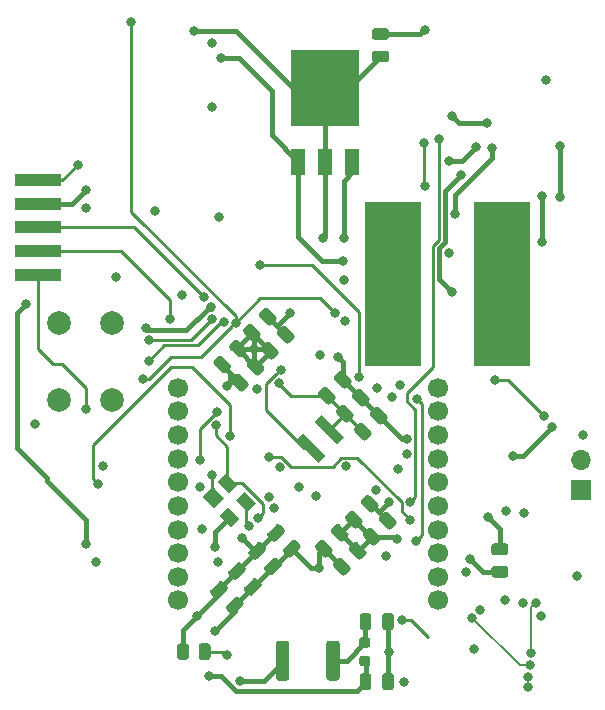
<source format=gbl>
%TF.GenerationSoftware,KiCad,Pcbnew,5.1.9*%
%TF.CreationDate,2021-03-03T17:23:20-06:00*%
%TF.ProjectId,ARC-Boat0,4152432d-426f-4617-9430-2e6b69636164,rev?*%
%TF.SameCoordinates,Original*%
%TF.FileFunction,Copper,L4,Bot*%
%TF.FilePolarity,Positive*%
%FSLAX46Y46*%
G04 Gerber Fmt 4.6, Leading zero omitted, Abs format (unit mm)*
G04 Created by KiCad (PCBNEW 5.1.9) date 2021-03-03 17:23:20*
%MOMM*%
%LPD*%
G01*
G04 APERTURE LIST*
%TA.AperFunction,ComponentPad*%
%ADD10C,2.000000*%
%TD*%
%TA.AperFunction,SMDPad,CuDef*%
%ADD11C,0.100000*%
%TD*%
%TA.AperFunction,SMDPad,CuDef*%
%ADD12R,4.000000X1.000000*%
%TD*%
%TA.AperFunction,SMDPad,CuDef*%
%ADD13R,5.800000X6.400000*%
%TD*%
%TA.AperFunction,SMDPad,CuDef*%
%ADD14R,1.200000X2.200000*%
%TD*%
%TA.AperFunction,SMDPad,CuDef*%
%ADD15R,4.749800X13.995400*%
%TD*%
%TA.AperFunction,ComponentPad*%
%ADD16O,1.700000X1.700000*%
%TD*%
%TA.AperFunction,ComponentPad*%
%ADD17R,1.700000X1.700000*%
%TD*%
%TA.AperFunction,ComponentPad*%
%ADD18C,1.700000*%
%TD*%
%TA.AperFunction,ViaPad*%
%ADD19C,0.800000*%
%TD*%
%TA.AperFunction,Conductor*%
%ADD20C,0.400000*%
%TD*%
%TA.AperFunction,Conductor*%
%ADD21C,0.250000*%
%TD*%
%TA.AperFunction,Conductor*%
%ADD22C,0.200000*%
%TD*%
G04 APERTURE END LIST*
D10*
%TO.P,SW1,1*%
%TO.N,Net-(R3-Pad2)*%
X101668000Y-60654000D03*
%TO.P,SW1,2*%
%TO.N,GND*%
X106168000Y-60654000D03*
%TO.P,SW1,1*%
%TO.N,Net-(R3-Pad2)*%
X101668000Y-67154000D03*
%TO.P,SW1,2*%
%TO.N,GND*%
X106168000Y-67154000D03*
%TD*%
%TA.AperFunction,SMDPad,CuDef*%
D11*
%TO.P,L1,2*%
%TO.N,/Brain/VCC_MCU_VDDCORE*%
G36*
X125215568Y-70915620D02*
G01*
X123306380Y-69006432D01*
X123872066Y-68440746D01*
X125781254Y-70349934D01*
X125215568Y-70915620D01*
G37*
%TD.AperFunction*%
%TA.AperFunction,SMDPad,CuDef*%
%TO.P,L1,1*%
%TO.N,/Brain/VCC_MCU_VSW*%
G36*
X123659934Y-72471254D02*
G01*
X121750746Y-70562066D01*
X122316432Y-69996380D01*
X124225620Y-71905568D01*
X123659934Y-72471254D01*
G37*
%TD.AperFunction*%
%TD*%
%TO.P,C18,2*%
%TO.N,GND*%
%TA.AperFunction,SMDPad,CuDef*%
G36*
G01*
X117398322Y-82982073D02*
X118070073Y-82310322D01*
G75*
G02*
X118423627Y-82310322I176777J-176777D01*
G01*
X118777180Y-82663875D01*
G75*
G02*
X118777180Y-83017429I-176777J-176777D01*
G01*
X118105429Y-83689180D01*
G75*
G02*
X117751875Y-83689180I-176777J176777D01*
G01*
X117398322Y-83335627D01*
G75*
G02*
X117398322Y-82982073I176777J176777D01*
G01*
G37*
%TD.AperFunction*%
%TO.P,C18,1*%
%TO.N,+3V3*%
%TA.AperFunction,SMDPad,CuDef*%
G36*
G01*
X116054820Y-81638571D02*
X116726571Y-80966820D01*
G75*
G02*
X117080125Y-80966820I176777J-176777D01*
G01*
X117433678Y-81320373D01*
G75*
G02*
X117433678Y-81673927I-176777J-176777D01*
G01*
X116761927Y-82345678D01*
G75*
G02*
X116408373Y-82345678I-176777J176777D01*
G01*
X116054820Y-81992125D01*
G75*
G02*
X116054820Y-81638571I176777J176777D01*
G01*
G37*
%TD.AperFunction*%
%TD*%
%TO.P,C17,2*%
%TO.N,GND*%
%TA.AperFunction,SMDPad,CuDef*%
G36*
G01*
X119110322Y-81270073D02*
X119782073Y-80598322D01*
G75*
G02*
X120135627Y-80598322I176777J-176777D01*
G01*
X120489180Y-80951875D01*
G75*
G02*
X120489180Y-81305429I-176777J-176777D01*
G01*
X119817429Y-81977180D01*
G75*
G02*
X119463875Y-81977180I-176777J176777D01*
G01*
X119110322Y-81623627D01*
G75*
G02*
X119110322Y-81270073I176777J176777D01*
G01*
G37*
%TD.AperFunction*%
%TO.P,C17,1*%
%TO.N,+3V3*%
%TA.AperFunction,SMDPad,CuDef*%
G36*
G01*
X117766820Y-79926571D02*
X118438571Y-79254820D01*
G75*
G02*
X118792125Y-79254820I176777J-176777D01*
G01*
X119145678Y-79608373D01*
G75*
G02*
X119145678Y-79961927I-176777J-176777D01*
G01*
X118473927Y-80633678D01*
G75*
G02*
X118120373Y-80633678I-176777J176777D01*
G01*
X117766820Y-80280125D01*
G75*
G02*
X117766820Y-79926571I176777J176777D01*
G01*
G37*
%TD.AperFunction*%
%TD*%
%TO.P,C16,2*%
%TO.N,GND*%
%TA.AperFunction,SMDPad,CuDef*%
G36*
G01*
X120700322Y-79746073D02*
X121372073Y-79074322D01*
G75*
G02*
X121725627Y-79074322I176777J-176777D01*
G01*
X122079180Y-79427875D01*
G75*
G02*
X122079180Y-79781429I-176777J-176777D01*
G01*
X121407429Y-80453180D01*
G75*
G02*
X121053875Y-80453180I-176777J176777D01*
G01*
X120700322Y-80099627D01*
G75*
G02*
X120700322Y-79746073I176777J176777D01*
G01*
G37*
%TD.AperFunction*%
%TO.P,C16,1*%
%TO.N,+3V3*%
%TA.AperFunction,SMDPad,CuDef*%
G36*
G01*
X119356820Y-78402571D02*
X120028571Y-77730820D01*
G75*
G02*
X120382125Y-77730820I176777J-176777D01*
G01*
X120735678Y-78084373D01*
G75*
G02*
X120735678Y-78437927I-176777J-176777D01*
G01*
X120063927Y-79109678D01*
G75*
G02*
X119710373Y-79109678I-176777J176777D01*
G01*
X119356820Y-78756125D01*
G75*
G02*
X119356820Y-78402571I176777J176777D01*
G01*
G37*
%TD.AperFunction*%
%TD*%
%TO.P,C15,2*%
%TO.N,GND*%
%TA.AperFunction,SMDPad,CuDef*%
G36*
G01*
X115874322Y-84572073D02*
X116546073Y-83900322D01*
G75*
G02*
X116899627Y-83900322I176777J-176777D01*
G01*
X117253180Y-84253875D01*
G75*
G02*
X117253180Y-84607429I-176777J-176777D01*
G01*
X116581429Y-85279180D01*
G75*
G02*
X116227875Y-85279180I-176777J176777D01*
G01*
X115874322Y-84925627D01*
G75*
G02*
X115874322Y-84572073I176777J176777D01*
G01*
G37*
%TD.AperFunction*%
%TO.P,C15,1*%
%TO.N,+3V3*%
%TA.AperFunction,SMDPad,CuDef*%
G36*
G01*
X114530820Y-83228571D02*
X115202571Y-82556820D01*
G75*
G02*
X115556125Y-82556820I176777J-176777D01*
G01*
X115909678Y-82910373D01*
G75*
G02*
X115909678Y-83263927I-176777J-176777D01*
G01*
X115237927Y-83935678D01*
G75*
G02*
X114884373Y-83935678I-176777J176777D01*
G01*
X114530820Y-83582125D01*
G75*
G02*
X114530820Y-83228571I176777J176777D01*
G01*
G37*
%TD.AperFunction*%
%TD*%
%TO.P,C14,2*%
%TO.N,GND*%
%TA.AperFunction,SMDPad,CuDef*%
G36*
G01*
X124127927Y-79074322D02*
X124799678Y-79746073D01*
G75*
G02*
X124799678Y-80099627I-176777J-176777D01*
G01*
X124446125Y-80453180D01*
G75*
G02*
X124092571Y-80453180I-176777J176777D01*
G01*
X123420820Y-79781429D01*
G75*
G02*
X123420820Y-79427875I176777J176777D01*
G01*
X123774373Y-79074322D01*
G75*
G02*
X124127927Y-79074322I176777J-176777D01*
G01*
G37*
%TD.AperFunction*%
%TO.P,C14,1*%
%TO.N,+3V3*%
%TA.AperFunction,SMDPad,CuDef*%
G36*
G01*
X125471429Y-77730820D02*
X126143180Y-78402571D01*
G75*
G02*
X126143180Y-78756125I-176777J-176777D01*
G01*
X125789627Y-79109678D01*
G75*
G02*
X125436073Y-79109678I-176777J176777D01*
G01*
X124764322Y-78437927D01*
G75*
G02*
X124764322Y-78084373I176777J176777D01*
G01*
X125117875Y-77730820D01*
G75*
G02*
X125471429Y-77730820I176777J-176777D01*
G01*
G37*
%TD.AperFunction*%
%TD*%
%TO.P,C13,2*%
%TO.N,GND*%
%TA.AperFunction,SMDPad,CuDef*%
G36*
G01*
X125651927Y-80598322D02*
X126323678Y-81270073D01*
G75*
G02*
X126323678Y-81623627I-176777J-176777D01*
G01*
X125970125Y-81977180D01*
G75*
G02*
X125616571Y-81977180I-176777J176777D01*
G01*
X124944820Y-81305429D01*
G75*
G02*
X124944820Y-80951875I176777J176777D01*
G01*
X125298373Y-80598322D01*
G75*
G02*
X125651927Y-80598322I176777J-176777D01*
G01*
G37*
%TD.AperFunction*%
%TO.P,C13,1*%
%TO.N,+3V3*%
%TA.AperFunction,SMDPad,CuDef*%
G36*
G01*
X126995429Y-79254820D02*
X127667180Y-79926571D01*
G75*
G02*
X127667180Y-80280125I-176777J-176777D01*
G01*
X127313627Y-80633678D01*
G75*
G02*
X126960073Y-80633678I-176777J176777D01*
G01*
X126288322Y-79961927D01*
G75*
G02*
X126288322Y-79608373I176777J176777D01*
G01*
X126641875Y-79254820D01*
G75*
G02*
X126995429Y-79254820I176777J-176777D01*
G01*
G37*
%TD.AperFunction*%
%TD*%
%TO.P,C12,2*%
%TO.N,GND*%
%TA.AperFunction,SMDPad,CuDef*%
G36*
G01*
X129500073Y-78093678D02*
X128828322Y-77421927D01*
G75*
G02*
X128828322Y-77068373I176777J176777D01*
G01*
X129181875Y-76714820D01*
G75*
G02*
X129535429Y-76714820I176777J-176777D01*
G01*
X130207180Y-77386571D01*
G75*
G02*
X130207180Y-77740125I-176777J-176777D01*
G01*
X129853627Y-78093678D01*
G75*
G02*
X129500073Y-78093678I-176777J176777D01*
G01*
G37*
%TD.AperFunction*%
%TO.P,C12,1*%
%TO.N,+3V3*%
%TA.AperFunction,SMDPad,CuDef*%
G36*
G01*
X128156571Y-79437180D02*
X127484820Y-78765429D01*
G75*
G02*
X127484820Y-78411875I176777J176777D01*
G01*
X127838373Y-78058322D01*
G75*
G02*
X128191927Y-78058322I176777J-176777D01*
G01*
X128863678Y-78730073D01*
G75*
G02*
X128863678Y-79083627I-176777J-176777D01*
G01*
X128510125Y-79437180D01*
G75*
G02*
X128156571Y-79437180I-176777J176777D01*
G01*
G37*
%TD.AperFunction*%
%TD*%
%TO.P,C11,2*%
%TO.N,GND*%
%TA.AperFunction,SMDPad,CuDef*%
G36*
G01*
X128738073Y-69203678D02*
X128066322Y-68531927D01*
G75*
G02*
X128066322Y-68178373I176777J176777D01*
G01*
X128419875Y-67824820D01*
G75*
G02*
X128773429Y-67824820I176777J-176777D01*
G01*
X129445180Y-68496571D01*
G75*
G02*
X129445180Y-68850125I-176777J-176777D01*
G01*
X129091627Y-69203678D01*
G75*
G02*
X128738073Y-69203678I-176777J176777D01*
G01*
G37*
%TD.AperFunction*%
%TO.P,C11,1*%
%TO.N,/Brain/VCC_MCU_VDDCORE*%
%TA.AperFunction,SMDPad,CuDef*%
G36*
G01*
X127394571Y-70547180D02*
X126722820Y-69875429D01*
G75*
G02*
X126722820Y-69521875I176777J176777D01*
G01*
X127076373Y-69168322D01*
G75*
G02*
X127429927Y-69168322I176777J-176777D01*
G01*
X128101678Y-69840073D01*
G75*
G02*
X128101678Y-70193627I-176777J-176777D01*
G01*
X127748125Y-70547180D01*
G75*
G02*
X127394571Y-70547180I-176777J176777D01*
G01*
G37*
%TD.AperFunction*%
%TD*%
%TO.P,C9,2*%
%TO.N,GND*%
%TA.AperFunction,SMDPad,CuDef*%
G36*
G01*
X127214073Y-67679678D02*
X126542322Y-67007927D01*
G75*
G02*
X126542322Y-66654373I176777J176777D01*
G01*
X126895875Y-66300820D01*
G75*
G02*
X127249429Y-66300820I176777J-176777D01*
G01*
X127921180Y-66972571D01*
G75*
G02*
X127921180Y-67326125I-176777J-176777D01*
G01*
X127567627Y-67679678D01*
G75*
G02*
X127214073Y-67679678I-176777J176777D01*
G01*
G37*
%TD.AperFunction*%
%TO.P,C9,1*%
%TO.N,/Brain/VCC_MCU_VDDCORE*%
%TA.AperFunction,SMDPad,CuDef*%
G36*
G01*
X125870571Y-69023180D02*
X125198820Y-68351429D01*
G75*
G02*
X125198820Y-67997875I176777J176777D01*
G01*
X125552373Y-67644322D01*
G75*
G02*
X125905927Y-67644322I176777J-176777D01*
G01*
X126577678Y-68316073D01*
G75*
G02*
X126577678Y-68669627I-176777J-176777D01*
G01*
X126224125Y-69023180D01*
G75*
G02*
X125870571Y-69023180I-176777J176777D01*
G01*
G37*
%TD.AperFunction*%
%TD*%
%TO.P,C7,2*%
%TO.N,GND*%
%TA.AperFunction,SMDPad,CuDef*%
G36*
G01*
X120864073Y-62345678D02*
X120192322Y-61673927D01*
G75*
G02*
X120192322Y-61320373I176777J176777D01*
G01*
X120545875Y-60966820D01*
G75*
G02*
X120899429Y-60966820I176777J-176777D01*
G01*
X121571180Y-61638571D01*
G75*
G02*
X121571180Y-61992125I-176777J-176777D01*
G01*
X121217627Y-62345678D01*
G75*
G02*
X120864073Y-62345678I-176777J176777D01*
G01*
G37*
%TD.AperFunction*%
%TO.P,C7,1*%
%TO.N,+3V3*%
%TA.AperFunction,SMDPad,CuDef*%
G36*
G01*
X119520571Y-63689180D02*
X118848820Y-63017429D01*
G75*
G02*
X118848820Y-62663875I176777J176777D01*
G01*
X119202373Y-62310322D01*
G75*
G02*
X119555927Y-62310322I176777J-176777D01*
G01*
X120227678Y-62982073D01*
G75*
G02*
X120227678Y-63335627I-176777J-176777D01*
G01*
X119874125Y-63689180D01*
G75*
G02*
X119520571Y-63689180I-176777J176777D01*
G01*
G37*
%TD.AperFunction*%
%TD*%
%TO.P,C6,2*%
%TO.N,GND*%
%TA.AperFunction,SMDPad,CuDef*%
G36*
G01*
X125690073Y-66155678D02*
X125018322Y-65483927D01*
G75*
G02*
X125018322Y-65130373I176777J176777D01*
G01*
X125371875Y-64776820D01*
G75*
G02*
X125725429Y-64776820I176777J-176777D01*
G01*
X126397180Y-65448571D01*
G75*
G02*
X126397180Y-65802125I-176777J-176777D01*
G01*
X126043627Y-66155678D01*
G75*
G02*
X125690073Y-66155678I-176777J176777D01*
G01*
G37*
%TD.AperFunction*%
%TO.P,C6,1*%
%TO.N,/Brain/VCC_MCU_VDDCORE*%
%TA.AperFunction,SMDPad,CuDef*%
G36*
G01*
X124346571Y-67499180D02*
X123674820Y-66827429D01*
G75*
G02*
X123674820Y-66473875I176777J176777D01*
G01*
X124028373Y-66120322D01*
G75*
G02*
X124381927Y-66120322I176777J-176777D01*
G01*
X125053678Y-66792073D01*
G75*
G02*
X125053678Y-67145627I-176777J-176777D01*
G01*
X124700125Y-67499180D01*
G75*
G02*
X124346571Y-67499180I-176777J176777D01*
G01*
G37*
%TD.AperFunction*%
%TD*%
%TO.P,C5,2*%
%TO.N,GND*%
%TA.AperFunction,SMDPad,CuDef*%
G36*
G01*
X119340073Y-60821678D02*
X118668322Y-60149927D01*
G75*
G02*
X118668322Y-59796373I176777J176777D01*
G01*
X119021875Y-59442820D01*
G75*
G02*
X119375429Y-59442820I176777J-176777D01*
G01*
X120047180Y-60114571D01*
G75*
G02*
X120047180Y-60468125I-176777J-176777D01*
G01*
X119693627Y-60821678D01*
G75*
G02*
X119340073Y-60821678I-176777J176777D01*
G01*
G37*
%TD.AperFunction*%
%TO.P,C5,1*%
%TO.N,+3V3*%
%TA.AperFunction,SMDPad,CuDef*%
G36*
G01*
X117996571Y-62165180D02*
X117324820Y-61493429D01*
G75*
G02*
X117324820Y-61139875I176777J176777D01*
G01*
X117678373Y-60786322D01*
G75*
G02*
X118031927Y-60786322I176777J-176777D01*
G01*
X118703678Y-61458073D01*
G75*
G02*
X118703678Y-61811627I-176777J-176777D01*
G01*
X118350125Y-62165180D01*
G75*
G02*
X117996571Y-62165180I-176777J176777D01*
G01*
G37*
%TD.AperFunction*%
%TD*%
%TO.P,C4,2*%
%TO.N,GND*%
%TA.AperFunction,SMDPad,CuDef*%
G36*
G01*
X115515927Y-63482322D02*
X116187678Y-64154073D01*
G75*
G02*
X116187678Y-64507627I-176777J-176777D01*
G01*
X115834125Y-64861180D01*
G75*
G02*
X115480571Y-64861180I-176777J176777D01*
G01*
X114808820Y-64189429D01*
G75*
G02*
X114808820Y-63835875I176777J176777D01*
G01*
X115162373Y-63482322D01*
G75*
G02*
X115515927Y-63482322I176777J-176777D01*
G01*
G37*
%TD.AperFunction*%
%TO.P,C4,1*%
%TO.N,+3V3*%
%TA.AperFunction,SMDPad,CuDef*%
G36*
G01*
X116859429Y-62138820D02*
X117531180Y-62810571D01*
G75*
G02*
X117531180Y-63164125I-176777J-176777D01*
G01*
X117177627Y-63517678D01*
G75*
G02*
X116824073Y-63517678I-176777J176777D01*
G01*
X116152322Y-62845927D01*
G75*
G02*
X116152322Y-62492373I176777J176777D01*
G01*
X116505875Y-62138820D01*
G75*
G02*
X116859429Y-62138820I176777J-176777D01*
G01*
G37*
%TD.AperFunction*%
%TD*%
%TO.P,C3,2*%
%TO.N,GND*%
%TA.AperFunction,SMDPad,CuDef*%
G36*
G01*
X127974073Y-76657678D02*
X127302322Y-75985927D01*
G75*
G02*
X127302322Y-75632373I176777J176777D01*
G01*
X127655875Y-75278820D01*
G75*
G02*
X128009429Y-75278820I176777J-176777D01*
G01*
X128681180Y-75950571D01*
G75*
G02*
X128681180Y-76304125I-176777J-176777D01*
G01*
X128327627Y-76657678D01*
G75*
G02*
X127974073Y-76657678I-176777J176777D01*
G01*
G37*
%TD.AperFunction*%
%TO.P,C3,1*%
%TO.N,+3V3*%
%TA.AperFunction,SMDPad,CuDef*%
G36*
G01*
X126630571Y-78001180D02*
X125958820Y-77329429D01*
G75*
G02*
X125958820Y-76975875I176777J176777D01*
G01*
X126312373Y-76622322D01*
G75*
G02*
X126665927Y-76622322I176777J-176777D01*
G01*
X127337678Y-77294073D01*
G75*
G02*
X127337678Y-77647627I-176777J-176777D01*
G01*
X126984125Y-78001180D01*
G75*
G02*
X126630571Y-78001180I-176777J176777D01*
G01*
G37*
%TD.AperFunction*%
%TD*%
D12*
%TO.P,J2,4*%
%TO.N,/Brain/SWCLK*%
X99910000Y-52560000D03*
%TO.P,J2,8*%
%TO.N,/Brain/USART_0_RX*%
X99910000Y-48560000D03*
%TO.P,J2,3*%
%TO.N,GND*%
X99910000Y-50560000D03*
%TO.P,J2,6*%
%TO.N,/Brain/SWO*%
X99910000Y-54560000D03*
%TO.P,J2,10*%
%TO.N,/~SYS_RESET*%
X99910000Y-56560000D03*
%TD*%
D13*
%TO.P,U6,2*%
%TO.N,+3V3*%
X124220000Y-40720000D03*
D14*
%TO.P,U6,3*%
%TO.N,+5V*%
X121940000Y-47020000D03*
%TO.P,U6,2*%
%TO.N,+3V3*%
X124220000Y-47020000D03*
%TO.P,U6,1*%
%TO.N,GND*%
X126500000Y-47020000D03*
%TD*%
%TO.P,R18,2*%
%TO.N,/SysTempMeasure*%
%TA.AperFunction,SMDPad,CuDef*%
G36*
G01*
X113498000Y-88940001D02*
X113498000Y-88039999D01*
G75*
G02*
X113747999Y-87790000I249999J0D01*
G01*
X114273001Y-87790000D01*
G75*
G02*
X114523000Y-88039999I0J-249999D01*
G01*
X114523000Y-88940001D01*
G75*
G02*
X114273001Y-89190000I-249999J0D01*
G01*
X113747999Y-89190000D01*
G75*
G02*
X113498000Y-88940001I0J249999D01*
G01*
G37*
%TD.AperFunction*%
%TO.P,R18,1*%
%TO.N,+3V3*%
%TA.AperFunction,SMDPad,CuDef*%
G36*
G01*
X111673000Y-88940001D02*
X111673000Y-88039999D01*
G75*
G02*
X111922999Y-87790000I249999J0D01*
G01*
X112448001Y-87790000D01*
G75*
G02*
X112698000Y-88039999I0J-249999D01*
G01*
X112698000Y-88940001D01*
G75*
G02*
X112448001Y-89190000I-249999J0D01*
G01*
X111922999Y-89190000D01*
G75*
G02*
X111673000Y-88940001I0J249999D01*
G01*
G37*
%TD.AperFunction*%
%TD*%
D15*
%TO.P,L2,1*%
%TO.N,Net-(C28-Pad2)*%
X129974400Y-57360000D03*
%TO.P,L2,2*%
%TO.N,/Power/VBUS_BATT*%
X139220000Y-57360000D03*
%TD*%
D16*
%TO.P,J3,2*%
%TO.N,GND*%
X145864000Y-72234000D03*
D17*
%TO.P,J3,1*%
%TO.N,+BATT*%
X145864000Y-74774000D03*
%TD*%
%TO.P,FB2,2*%
%TO.N,Net-(C24-Pad1)*%
%TA.AperFunction,SMDPad,CuDef*%
G36*
G01*
X124325000Y-90702001D02*
X124325000Y-87801999D01*
G75*
G02*
X124574999Y-87552000I249999J0D01*
G01*
X125200001Y-87552000D01*
G75*
G02*
X125450000Y-87801999I0J-249999D01*
G01*
X125450000Y-90702001D01*
G75*
G02*
X125200001Y-90952000I-249999J0D01*
G01*
X124574999Y-90952000D01*
G75*
G02*
X124325000Y-90702001I0J249999D01*
G01*
G37*
%TD.AperFunction*%
%TO.P,FB2,1*%
%TO.N,/Power/VBUS_USB*%
%TA.AperFunction,SMDPad,CuDef*%
G36*
G01*
X120050000Y-90702001D02*
X120050000Y-87801999D01*
G75*
G02*
X120299999Y-87552000I249999J0D01*
G01*
X120925001Y-87552000D01*
G75*
G02*
X121175000Y-87801999I0J-249999D01*
G01*
X121175000Y-90702001D01*
G75*
G02*
X120925001Y-90952000I-249999J0D01*
G01*
X120299999Y-90952000D01*
G75*
G02*
X120050000Y-90702001I0J249999D01*
G01*
G37*
%TD.AperFunction*%
%TD*%
%TO.P,FB1,2*%
%TO.N,Net-(C24-Pad1)*%
%TA.AperFunction,SMDPad,CuDef*%
G36*
G01*
X127832250Y-88140000D02*
X127319750Y-88140000D01*
G75*
G02*
X127101000Y-87921250I0J218750D01*
G01*
X127101000Y-87483750D01*
G75*
G02*
X127319750Y-87265000I218750J0D01*
G01*
X127832250Y-87265000D01*
G75*
G02*
X128051000Y-87483750I0J-218750D01*
G01*
X128051000Y-87921250D01*
G75*
G02*
X127832250Y-88140000I-218750J0D01*
G01*
G37*
%TD.AperFunction*%
%TO.P,FB1,1*%
%TO.N,/VBUS*%
%TA.AperFunction,SMDPad,CuDef*%
G36*
G01*
X127832250Y-89715000D02*
X127319750Y-89715000D01*
G75*
G02*
X127101000Y-89496250I0J218750D01*
G01*
X127101000Y-89058750D01*
G75*
G02*
X127319750Y-88840000I218750J0D01*
G01*
X127832250Y-88840000D01*
G75*
G02*
X128051000Y-89058750I0J-218750D01*
G01*
X128051000Y-89496250D01*
G75*
G02*
X127832250Y-89715000I-218750J0D01*
G01*
G37*
%TD.AperFunction*%
%TD*%
%TA.AperFunction,SMDPad,CuDef*%
D11*
%TO.P,D3,4*%
%TO.N,/VBUS*%
G36*
X116277487Y-77968097D02*
G01*
X115287538Y-76978148D01*
X115994645Y-76271041D01*
X116984594Y-77260990D01*
X116277487Y-77968097D01*
G37*
%TD.AperFunction*%
%TA.AperFunction,SMDPad,CuDef*%
%TO.P,D3,3*%
%TO.N,/USB_DM*%
G36*
X117620990Y-76624594D02*
G01*
X116631041Y-75634645D01*
X117338148Y-74927538D01*
X118328097Y-75917487D01*
X117620990Y-76624594D01*
G37*
%TD.AperFunction*%
%TA.AperFunction,SMDPad,CuDef*%
%TO.P,D3,2*%
%TO.N,/USB_DP*%
G36*
X116065355Y-75068959D02*
G01*
X115075406Y-74079010D01*
X115782513Y-73371903D01*
X116772462Y-74361852D01*
X116065355Y-75068959D01*
G37*
%TD.AperFunction*%
%TA.AperFunction,SMDPad,CuDef*%
%TO.P,D3,1*%
%TO.N,GND*%
G36*
X114778421Y-76355894D02*
G01*
X113788471Y-75365944D01*
X114636999Y-74517416D01*
X115626949Y-75507366D01*
X114778421Y-76355894D01*
G37*
%TD.AperFunction*%
%TD*%
%TO.P,C1,2*%
%TO.N,GND*%
%TA.AperFunction,SMDPad,CuDef*%
G36*
G01*
X138531000Y-81220000D02*
X139481000Y-81220000D01*
G75*
G02*
X139731000Y-81470000I0J-250000D01*
G01*
X139731000Y-81970000D01*
G75*
G02*
X139481000Y-82220000I-250000J0D01*
G01*
X138531000Y-82220000D01*
G75*
G02*
X138281000Y-81970000I0J250000D01*
G01*
X138281000Y-81470000D01*
G75*
G02*
X138531000Y-81220000I250000J0D01*
G01*
G37*
%TD.AperFunction*%
%TO.P,C1,1*%
%TO.N,+3V3*%
%TA.AperFunction,SMDPad,CuDef*%
G36*
G01*
X138531000Y-79320000D02*
X139481000Y-79320000D01*
G75*
G02*
X139731000Y-79570000I0J-250000D01*
G01*
X139731000Y-80070000D01*
G75*
G02*
X139481000Y-80320000I-250000J0D01*
G01*
X138531000Y-80320000D01*
G75*
G02*
X138281000Y-80070000I0J250000D01*
G01*
X138281000Y-79570000D01*
G75*
G02*
X138531000Y-79320000I250000J0D01*
G01*
G37*
%TD.AperFunction*%
%TD*%
%TO.P,C2,2*%
%TO.N,GND*%
%TA.AperFunction,SMDPad,CuDef*%
G36*
G01*
X116985927Y-65012322D02*
X117657678Y-65684073D01*
G75*
G02*
X117657678Y-66037627I-176777J-176777D01*
G01*
X117304125Y-66391180D01*
G75*
G02*
X116950571Y-66391180I-176777J176777D01*
G01*
X116278820Y-65719429D01*
G75*
G02*
X116278820Y-65365875I176777J176777D01*
G01*
X116632373Y-65012322D01*
G75*
G02*
X116985927Y-65012322I176777J-176777D01*
G01*
G37*
%TD.AperFunction*%
%TO.P,C2,1*%
%TO.N,+3V3*%
%TA.AperFunction,SMDPad,CuDef*%
G36*
G01*
X118329429Y-63668820D02*
X119001180Y-64340571D01*
G75*
G02*
X119001180Y-64694125I-176777J-176777D01*
G01*
X118647627Y-65047678D01*
G75*
G02*
X118294073Y-65047678I-176777J176777D01*
G01*
X117622322Y-64375927D01*
G75*
G02*
X117622322Y-64022373I176777J176777D01*
G01*
X117975875Y-63668820D01*
G75*
G02*
X118329429Y-63668820I176777J-176777D01*
G01*
G37*
%TD.AperFunction*%
%TD*%
%TO.P,C25,2*%
%TO.N,GND*%
%TA.AperFunction,SMDPad,CuDef*%
G36*
G01*
X129375000Y-36700000D02*
X128425000Y-36700000D01*
G75*
G02*
X128175000Y-36450000I0J250000D01*
G01*
X128175000Y-35950000D01*
G75*
G02*
X128425000Y-35700000I250000J0D01*
G01*
X129375000Y-35700000D01*
G75*
G02*
X129625000Y-35950000I0J-250000D01*
G01*
X129625000Y-36450000D01*
G75*
G02*
X129375000Y-36700000I-250000J0D01*
G01*
G37*
%TD.AperFunction*%
%TO.P,C25,1*%
%TO.N,+3V3*%
%TA.AperFunction,SMDPad,CuDef*%
G36*
G01*
X129375000Y-38600000D02*
X128425000Y-38600000D01*
G75*
G02*
X128175000Y-38350000I0J250000D01*
G01*
X128175000Y-37850000D01*
G75*
G02*
X128425000Y-37600000I250000J0D01*
G01*
X129375000Y-37600000D01*
G75*
G02*
X129625000Y-37850000I0J-250000D01*
G01*
X129625000Y-38350000D01*
G75*
G02*
X129375000Y-38600000I-250000J0D01*
G01*
G37*
%TD.AperFunction*%
%TD*%
%TO.P,C24,2*%
%TO.N,GND*%
%TA.AperFunction,SMDPad,CuDef*%
G36*
G01*
X129042000Y-86425000D02*
X129042000Y-85475000D01*
G75*
G02*
X129292000Y-85225000I250000J0D01*
G01*
X129792000Y-85225000D01*
G75*
G02*
X130042000Y-85475000I0J-250000D01*
G01*
X130042000Y-86425000D01*
G75*
G02*
X129792000Y-86675000I-250000J0D01*
G01*
X129292000Y-86675000D01*
G75*
G02*
X129042000Y-86425000I0J250000D01*
G01*
G37*
%TD.AperFunction*%
%TO.P,C24,1*%
%TO.N,Net-(C24-Pad1)*%
%TA.AperFunction,SMDPad,CuDef*%
G36*
G01*
X127142000Y-86425000D02*
X127142000Y-85475000D01*
G75*
G02*
X127392000Y-85225000I250000J0D01*
G01*
X127892000Y-85225000D01*
G75*
G02*
X128142000Y-85475000I0J-250000D01*
G01*
X128142000Y-86425000D01*
G75*
G02*
X127892000Y-86675000I-250000J0D01*
G01*
X127392000Y-86675000D01*
G75*
G02*
X127142000Y-86425000I0J250000D01*
G01*
G37*
%TD.AperFunction*%
%TD*%
%TO.P,C22,2*%
%TO.N,GND*%
%TA.AperFunction,SMDPad,CuDef*%
G36*
G01*
X129042000Y-91505000D02*
X129042000Y-90555000D01*
G75*
G02*
X129292000Y-90305000I250000J0D01*
G01*
X129792000Y-90305000D01*
G75*
G02*
X130042000Y-90555000I0J-250000D01*
G01*
X130042000Y-91505000D01*
G75*
G02*
X129792000Y-91755000I-250000J0D01*
G01*
X129292000Y-91755000D01*
G75*
G02*
X129042000Y-91505000I0J250000D01*
G01*
G37*
%TD.AperFunction*%
%TO.P,C22,1*%
%TO.N,/VBUS*%
%TA.AperFunction,SMDPad,CuDef*%
G36*
G01*
X127142000Y-91505000D02*
X127142000Y-90555000D01*
G75*
G02*
X127392000Y-90305000I250000J0D01*
G01*
X127892000Y-90305000D01*
G75*
G02*
X128142000Y-90555000I0J-250000D01*
G01*
X128142000Y-91505000D01*
G75*
G02*
X127892000Y-91755000I-250000J0D01*
G01*
X127392000Y-91755000D01*
G75*
G02*
X127142000Y-91505000I0J250000D01*
G01*
G37*
%TD.AperFunction*%
%TD*%
D18*
%TO.P,MOD1,1*%
%TO.N,+3V3*%
X133750000Y-84150000D03*
%TO.P,MOD1,2*%
%TO.N,/USART_2_RX*%
X133750000Y-82150000D03*
%TO.P,MOD1,3*%
%TO.N,/USART_2_TX*%
X133750000Y-80150000D03*
%TO.P,MOD1,4*%
%TO.N,N/C*%
X133750000Y-78150000D03*
%TO.P,MOD1,5*%
%TO.N,/~SYS_RESET*%
X133750000Y-76150000D03*
%TO.P,MOD1,6*%
%TO.N,N/C*%
X133750000Y-74150000D03*
%TO.P,MOD1,7*%
X133750000Y-72150000D03*
%TO.P,MOD1,8*%
X133750000Y-70150000D03*
%TO.P,MOD1,9*%
X133750000Y-68150000D03*
%TO.P,MOD1,10*%
%TO.N,GND*%
X133750000Y-66150000D03*
%TO.P,MOD1,11*%
%TO.N,N/C*%
X111750000Y-66150000D03*
%TO.P,MOD1,12*%
X111750000Y-68150000D03*
%TO.P,MOD1,13*%
%TO.N,/XBEE_STATUS*%
X111750000Y-70150000D03*
%TO.P,MOD1,14*%
%TO.N,GND*%
X111750000Y-72150000D03*
%TO.P,MOD1,15*%
%TO.N,N/C*%
X111750000Y-74150000D03*
%TO.P,MOD1,16*%
X111750000Y-76150000D03*
%TO.P,MOD1,17*%
X111750000Y-78150000D03*
%TO.P,MOD1,18*%
X111750000Y-80150000D03*
%TO.P,MOD1,19*%
%TO.N,/~XBEE_ATTN*%
X111750000Y-82150000D03*
%TO.P,MOD1,20*%
%TO.N,N/C*%
X111750000Y-84150000D03*
%TD*%
D19*
%TO.N,+3V3*%
X114630000Y-42390000D03*
X117162000Y-78838000D03*
X99636000Y-69186000D03*
X103954000Y-50898000D03*
X118178000Y-62836000D03*
X124020000Y-53438000D03*
X113098000Y-35912000D03*
X113352000Y-85442000D03*
X118476656Y-66273387D03*
X128540000Y-74770000D03*
X123750000Y-63330000D03*
X137990000Y-77060000D03*
X131132000Y-71726006D03*
X125910342Y-60504000D03*
X119491232Y-75397825D03*
X130260000Y-78960000D03*
X139450000Y-84150000D03*
X136830000Y-88230000D03*
%TO.N,/VBUS*%
X114368000Y-90522000D03*
X114876000Y-79600000D03*
%TO.N,+BATT*%
X140100000Y-71900000D03*
X143450000Y-69450000D03*
%TO.N,/Power/VBUS_USB*%
X144110000Y-49950000D03*
X144080000Y-45680000D03*
X116967949Y-90970051D03*
X103946800Y-79346000D03*
X98874000Y-59026000D03*
X134942000Y-58010000D03*
X135733201Y-48133201D03*
X114544548Y-59281866D03*
X109034000Y-61058000D03*
%TO.N,/Power/VBUS_BATT*%
X139170000Y-56850000D03*
X137010000Y-45780000D03*
X134730000Y-46950000D03*
%TO.N,Net-(Q2-Pad3)*%
X138380000Y-45850000D03*
X135237210Y-51406000D03*
%TO.N,+5V*%
X115384000Y-38198000D03*
X137950000Y-43760000D03*
X134920000Y-43110000D03*
X125690000Y-55380000D03*
%TO.N,/Brain/XIN32*%
X104975000Y-74275000D03*
X116146000Y-70262420D03*
%TO.N,/VBattMeasure*%
X113606000Y-74520000D03*
X136110000Y-81770000D03*
%TO.N,/USB_DM*%
X117748518Y-77845751D03*
X113606000Y-72234000D03*
X109288000Y-62074000D03*
X114621471Y-60282684D03*
X115041421Y-68184665D03*
%TO.N,/USB_DP*%
X118560002Y-77150000D03*
X115638000Y-60550000D03*
X109288000Y-63852000D03*
X114955447Y-69300484D03*
%TO.N,/~SYS_RESET*%
X103954000Y-67916000D03*
X107764000Y-35150000D03*
X108780000Y-65376008D03*
X116639005Y-60616517D03*
X125036000Y-59788000D03*
%TO.N,/Brain/SWCLK*%
X113946935Y-58476079D03*
%TO.N,/XBEE_STATUS*%
X128592000Y-66138000D03*
%TO.N,/SysTempMeasure*%
X115892000Y-88744000D03*
X113780000Y-78080000D03*
%TO.N,GND*%
X146070000Y-70160000D03*
X142880000Y-40090000D03*
X132640000Y-35850000D03*
X129608000Y-75790000D03*
X106494000Y-56740000D03*
X109796000Y-51152000D03*
X121226000Y-59788000D03*
X103954000Y-49374000D03*
X114622000Y-36928000D03*
X125798000Y-53438000D03*
X114876000Y-86712000D03*
X105425000Y-72750000D03*
X104800000Y-80900000D03*
X120360000Y-72850000D03*
X123730000Y-81360000D03*
X114622000Y-73504000D03*
X125302788Y-63567230D03*
X115947843Y-65955081D03*
X115212858Y-51717141D03*
X125798000Y-56994000D03*
X129608000Y-88490000D03*
X136466000Y-80616000D03*
X131132000Y-70456000D03*
X130370000Y-72996000D03*
X130878000Y-91030000D03*
X125950000Y-72800000D03*
X141360000Y-91500000D03*
X145530000Y-82120000D03*
X142510000Y-85460000D03*
X140992852Y-84328420D03*
X141360000Y-90630000D03*
%TO.N,/~XBEE_ATTN*%
X115130000Y-80870000D03*
X119910000Y-76330000D03*
X130751790Y-85788949D03*
%TO.N,/IMU_EXT_INT1*%
X123470000Y-75320000D03*
X141550000Y-89640000D03*
X136677990Y-85620000D03*
%TO.N,/I2C_SCL*%
X139514000Y-76552000D03*
X129862000Y-66900000D03*
%TO.N,/I2C_SDA*%
X130562079Y-65887624D03*
X141020000Y-76760000D03*
X137330000Y-84930000D03*
%TO.N,/GPS_USART_RX*%
X133820000Y-45070000D03*
X131419790Y-75800000D03*
%TO.N,/GPS_USART_TX*%
X132630000Y-45420000D03*
X132660000Y-49040000D03*
%TO.N,Net-(Q1-Pad3)*%
X142620000Y-49900000D03*
X142610000Y-53760000D03*
%TO.N,/Brain/VCC_MCU_VDDCORE*%
X120343919Y-65763927D03*
%TO.N,Net-(C28-Pad2)*%
X130030000Y-56990000D03*
X142775000Y-68525000D03*
X138625000Y-65450000D03*
%TO.N,/Brain/USART_0_RX*%
X103300000Y-47240000D03*
%TO.N,/Brain/SWO*%
X111066000Y-60296000D03*
%TO.N,/USART_2_TX*%
X131894000Y-79092000D03*
X118686000Y-55724000D03*
X131994119Y-67089816D03*
X127050000Y-65270000D03*
%TO.N,/Brain/VCC_MCU_VSW*%
X120464000Y-64614000D03*
%TO.N,Net-(R4-Pad1)*%
X112082000Y-58264000D03*
X121988000Y-74520000D03*
%TO.N,Net-(R5-Pad1)*%
X129354000Y-80362000D03*
X134688000Y-54708000D03*
%TO.N,Net-(R6-Pad1)*%
X119448000Y-71980000D03*
X131419790Y-77300000D03*
%TO.N,Net-(C33-Pad1)*%
X142090000Y-84340000D03*
X141687990Y-88599058D03*
%TD*%
D20*
%TO.N,+3V3*%
X125453751Y-78420249D02*
X126977751Y-79944249D01*
X126977751Y-79944249D02*
X128174249Y-78747751D01*
X128084249Y-78747751D02*
X126648249Y-77311751D01*
X128174249Y-78747751D02*
X128084249Y-78747751D01*
X126562249Y-77311751D02*
X125453751Y-78420249D01*
X126648249Y-77311751D02*
X126562249Y-77311751D01*
X119980249Y-78420249D02*
X118456249Y-79944249D01*
X120046249Y-78420249D02*
X119980249Y-78420249D01*
X118456249Y-79944249D02*
X116744249Y-81656249D01*
X118268249Y-79944249D02*
X117162000Y-78838000D01*
X118456249Y-79944249D02*
X118268249Y-79944249D01*
X119538249Y-62999751D02*
X119538249Y-63131751D01*
X116841751Y-62828249D02*
X116841751Y-62648249D01*
X116841751Y-62888249D02*
X118311751Y-64358249D01*
X116841751Y-62828249D02*
X116841751Y-62888249D01*
X116841751Y-62648249D02*
X117416000Y-62074000D01*
X117416000Y-62074000D02*
X118014249Y-61475751D01*
X119538249Y-63131751D02*
X118879000Y-63791000D01*
X118879000Y-63791000D02*
X118311751Y-64358249D01*
X118776249Y-62237751D02*
X119538249Y-62999751D01*
X118014249Y-61475751D02*
X118776249Y-62237751D01*
X118170249Y-62828249D02*
X116841751Y-62828249D01*
X118178000Y-62836000D02*
X118170249Y-62828249D01*
X118178000Y-64224498D02*
X118311751Y-64358249D01*
X118178000Y-62836000D02*
X118178000Y-64224498D01*
X119374498Y-62836000D02*
X119538249Y-62999751D01*
X118178000Y-62836000D02*
X119374498Y-62836000D01*
X118178000Y-61639502D02*
X118014249Y-61475751D01*
X118178000Y-62836000D02*
X118178000Y-61639502D01*
X124220000Y-47020000D02*
X124220000Y-40720000D01*
X124220000Y-53238000D02*
X124020000Y-53438000D01*
X124220000Y-47020000D02*
X124220000Y-53238000D01*
X121462000Y-40720000D02*
X124220000Y-40720000D01*
X116654000Y-35912000D02*
X121462000Y-40720000D01*
X113098000Y-35912000D02*
X116654000Y-35912000D01*
X115220249Y-83180249D02*
X116744249Y-81656249D01*
X115220249Y-83246249D02*
X115220249Y-83180249D01*
X115220249Y-83573751D02*
X113352000Y-85442000D01*
X115220249Y-83246249D02*
X115220249Y-83573751D01*
X139006000Y-78076000D02*
X137990000Y-77060000D01*
X139006000Y-79820000D02*
X139006000Y-78076000D01*
X112185500Y-86608500D02*
X113352000Y-85442000D01*
X112185500Y-88490000D02*
X112185500Y-86608500D01*
X130047751Y-78747751D02*
X130260000Y-78960000D01*
X128174249Y-78747751D02*
X130047751Y-78747751D01*
X126280000Y-40720000D02*
X128900000Y-38100000D01*
X124220000Y-40720000D02*
X126280000Y-40720000D01*
%TO.N,/VBUS*%
X114368000Y-90522000D02*
X115384000Y-90522000D01*
X115384000Y-90522000D02*
X116654000Y-91792000D01*
X126880000Y-91792000D02*
X127642000Y-91030000D01*
X116654000Y-91792000D02*
X126880000Y-91792000D01*
X127642000Y-89343500D02*
X127576000Y-89277500D01*
X127642000Y-91030000D02*
X127642000Y-89343500D01*
X116136066Y-77119569D02*
X114876000Y-78379635D01*
X114876000Y-78379635D02*
X114876000Y-79600000D01*
%TO.N,+BATT*%
X141000000Y-71900000D02*
X143450000Y-69450000D01*
X140100000Y-71900000D02*
X141000000Y-71900000D01*
%TO.N,/Power/VBUS_USB*%
X144110000Y-45710000D02*
X144080000Y-45680000D01*
X144110000Y-49950000D02*
X144110000Y-45710000D01*
X103946800Y-79346000D02*
X103946800Y-77321200D01*
X100637600Y-74012000D02*
X100637600Y-73743600D01*
X103946800Y-77321200D02*
X100637600Y-74012000D01*
X100637600Y-73743600D02*
X98112000Y-71218000D01*
X98112000Y-59788000D02*
X98874000Y-59026000D01*
X98112000Y-71218000D02*
X98112000Y-59788000D01*
X109246799Y-61270799D02*
X109034000Y-61058000D01*
X114262565Y-59479482D02*
X112471248Y-61270799D01*
X114544548Y-59281866D02*
X114544548Y-59479482D01*
X114544548Y-59479482D02*
X114262565Y-59479482D01*
X112471248Y-61270799D02*
X109246799Y-61270799D01*
X120612500Y-89357500D02*
X118999949Y-90970051D01*
X118999949Y-90970051D02*
X116967949Y-90970051D01*
X120612500Y-89252000D02*
X120612500Y-89357500D01*
X134392799Y-49473603D02*
X135733201Y-48133201D01*
X134392799Y-53814463D02*
X134392799Y-49473603D01*
X134942000Y-58010000D02*
X133884799Y-56952799D01*
X133884799Y-54322463D02*
X134392799Y-53814463D01*
X133884799Y-56952799D02*
X133884799Y-54322463D01*
D21*
%TO.N,/Power/VBUS_BATT*%
X139170000Y-56850000D02*
X139240000Y-56780000D01*
D20*
X137010000Y-45780000D02*
X135840000Y-46950000D01*
X135840000Y-46950000D02*
X134730000Y-46950000D01*
%TO.N,Net-(Q2-Pad3)*%
X138380000Y-45850000D02*
X138380000Y-46675142D01*
X135237210Y-49817932D02*
X135237210Y-51406000D01*
X138380000Y-46675142D02*
X135237210Y-49817932D01*
%TO.N,+5V*%
X115384000Y-38198000D02*
X116908000Y-38198000D01*
X116908000Y-38198000D02*
X119702000Y-40992000D01*
X119702000Y-44782000D02*
X121940000Y-47020000D01*
X119702000Y-40992000D02*
X119702000Y-44782000D01*
X135570000Y-43760000D02*
X134920000Y-43110000D01*
X137950000Y-43760000D02*
X135570000Y-43760000D01*
X121940000Y-47020000D02*
X121940000Y-53390000D01*
X123930000Y-55380000D02*
X125690000Y-55380000D01*
X121940000Y-53390000D02*
X123930000Y-55380000D01*
D21*
%TO.N,/Brain/XIN32*%
X104575001Y-73875001D02*
X104575001Y-70999999D01*
X104575001Y-70999999D02*
X111175000Y-64400000D01*
X111175000Y-64400000D02*
X112975000Y-64400000D01*
X112975000Y-64400000D02*
X116146000Y-67571000D01*
X104975000Y-74275000D02*
X104575001Y-73875001D01*
X116146000Y-67571000D02*
X116146000Y-70262420D01*
%TO.N,/USB_DM*%
X117479569Y-77576802D02*
X117748518Y-77845751D01*
X117479569Y-75776066D02*
X117479569Y-77576802D01*
X109288000Y-62074000D02*
X112830155Y-62074000D01*
X112830155Y-62074000D02*
X114621471Y-60282684D01*
X113606000Y-69620086D02*
X115041421Y-68184665D01*
X113606000Y-72234000D02*
X113606000Y-69620086D01*
%TO.N,/USB_DP*%
X115431893Y-60550000D02*
X113454683Y-62527210D01*
X115638000Y-60550000D02*
X115431893Y-60550000D01*
X113454683Y-62527210D02*
X110612790Y-62527210D01*
X110612790Y-62527210D02*
X109288000Y-63852000D01*
X114955447Y-70149605D02*
X114955447Y-69300484D01*
X115923934Y-71118092D02*
X114955447Y-70149605D01*
X115923934Y-74220431D02*
X115923934Y-71118092D01*
X118960001Y-76750001D02*
X118560002Y-77150000D01*
X118960001Y-76014267D02*
X118960001Y-76750001D01*
X117166165Y-74220431D02*
X118960001Y-76014267D01*
X115923934Y-74220431D02*
X117166165Y-74220431D01*
%TO.N,/~SYS_RESET*%
X103954000Y-66138000D02*
X103954000Y-67916000D01*
X101160000Y-64106000D02*
X101922000Y-64106000D01*
X99910000Y-62856000D02*
X101160000Y-64106000D01*
X101922000Y-64106000D02*
X103954000Y-66138000D01*
X99910000Y-56560000D02*
X99910000Y-62856000D01*
X108780000Y-65376008D02*
X109345685Y-65376008D01*
X113722527Y-63543211D02*
X116366201Y-60899537D01*
X109345685Y-65376008D02*
X111178482Y-63543211D01*
X116366201Y-60836772D02*
X116586456Y-60616517D01*
X116586456Y-60616517D02*
X116639005Y-60616517D01*
X107764000Y-35150000D02*
X107764000Y-51221828D01*
X107764000Y-51221828D02*
X116639005Y-60096833D01*
X116639005Y-60096833D02*
X116639005Y-60616517D01*
X116366201Y-60899537D02*
X116366201Y-60836772D01*
X111178482Y-63543211D02*
X113722527Y-63543211D01*
X125036000Y-59788000D02*
X123766000Y-58518000D01*
X123766000Y-58518000D02*
X118686000Y-58518000D01*
X118686000Y-58569522D02*
X116639005Y-60616517D01*
X118686000Y-58518000D02*
X118686000Y-58569522D01*
%TO.N,/Brain/SWCLK*%
X108030856Y-52560000D02*
X113946935Y-58476079D01*
X99910000Y-52560000D02*
X108030856Y-52560000D01*
%TO.N,/SysTempMeasure*%
X115638000Y-88490000D02*
X115892000Y-88744000D01*
X114010500Y-88490000D02*
X115638000Y-88490000D01*
D20*
%TO.N,GND*%
X118087751Y-82999751D02*
X119799751Y-81287751D01*
X119865751Y-81287751D02*
X121389751Y-79763751D01*
X119799751Y-81287751D02*
X119865751Y-81287751D01*
X124110249Y-79763751D02*
X125634249Y-81287751D01*
X127991751Y-75968249D02*
X128081751Y-75968249D01*
X128755751Y-76642249D02*
X129608000Y-75790000D01*
X128081751Y-75968249D02*
X128755751Y-76642249D01*
X128755751Y-76642249D02*
X129517751Y-77404249D01*
X115498249Y-64171751D02*
X115498249Y-64231751D01*
X115498249Y-64231751D02*
X116140249Y-64873751D01*
X116140249Y-64873751D02*
X116968249Y-65701751D01*
X119357751Y-60132249D02*
X120119751Y-60894249D01*
X120119751Y-60894249D02*
X121226000Y-59788000D01*
X120119751Y-60894249D02*
X120881751Y-61656249D01*
X125707751Y-65466249D02*
X127231751Y-66990249D01*
X127231751Y-66990249D02*
X128755751Y-68514249D01*
X102768000Y-50560000D02*
X103954000Y-49374000D01*
X99910000Y-50560000D02*
X102768000Y-50560000D01*
X126500000Y-47020000D02*
X126500000Y-47910000D01*
X125798000Y-48612000D02*
X125798000Y-53438000D01*
X126500000Y-47910000D02*
X125798000Y-48612000D01*
X116563751Y-84523751D02*
X118087751Y-82999751D01*
X116563751Y-84589751D02*
X116563751Y-84523751D01*
X116563751Y-85024249D02*
X114876000Y-86712000D01*
X116563751Y-84589751D02*
X116563751Y-85024249D01*
X122986000Y-81360000D02*
X123730000Y-81360000D01*
X124110249Y-79763751D02*
X123730000Y-80144000D01*
X121389751Y-79763751D02*
X122986000Y-81360000D01*
X123730000Y-80144000D02*
X123730000Y-81360000D01*
D21*
X114707710Y-75436655D02*
X114707710Y-74605710D01*
X114622000Y-74520000D02*
X114622000Y-73504000D01*
X114707710Y-74605710D02*
X114622000Y-74520000D01*
D20*
X125707751Y-63972193D02*
X125302788Y-63567230D01*
X125707751Y-65466249D02*
X125707751Y-63972193D01*
X116140249Y-65762675D02*
X115947843Y-65955081D01*
X116140249Y-64873751D02*
X116140249Y-65762675D01*
X132530000Y-35850000D02*
X132640000Y-35850000D01*
X129542000Y-88424000D02*
X129608000Y-88490000D01*
X129542000Y-85950000D02*
X129542000Y-88424000D01*
X129542000Y-88556000D02*
X129608000Y-88490000D01*
X129542000Y-91030000D02*
X129542000Y-88556000D01*
X137570000Y-81720000D02*
X136466000Y-80616000D01*
X139006000Y-81720000D02*
X137570000Y-81720000D01*
X130697502Y-70456000D02*
X131132000Y-70456000D01*
X128755751Y-68514249D02*
X130697502Y-70456000D01*
X132290000Y-36200000D02*
X132640000Y-35850000D01*
X128900000Y-36200000D02*
X132290000Y-36200000D01*
D21*
%TO.N,/~XBEE_ATTN*%
X131478949Y-85788949D02*
X130751790Y-85788949D01*
X132910000Y-87220000D02*
X131478949Y-85788949D01*
D22*
%TO.N,/IMU_EXT_INT1*%
X140697990Y-89640000D02*
X136677990Y-85620000D01*
X141550000Y-89640000D02*
X140697990Y-89640000D01*
D21*
%TO.N,/GPS_USART_RX*%
X133356588Y-64359672D02*
X131165798Y-66550462D01*
X133356588Y-54103671D02*
X133356588Y-64359672D01*
X133820000Y-53640259D02*
X133356588Y-54103671D01*
X133820000Y-45070000D02*
X133820000Y-53640259D01*
X131165798Y-66550462D02*
X131165798Y-67291340D01*
X131860201Y-67985743D02*
X131860201Y-75359589D01*
X131860201Y-75359589D02*
X131419790Y-75800000D01*
X131165798Y-67291340D02*
X131860201Y-67985743D01*
%TO.N,/GPS_USART_TX*%
X132630000Y-45420000D02*
X132630000Y-49010000D01*
X132630000Y-49010000D02*
X132660000Y-49040000D01*
D20*
%TO.N,Net-(Q1-Pad3)*%
X142610000Y-49910000D02*
X142610000Y-53760000D01*
X142620000Y-49900000D02*
X142610000Y-49910000D01*
D21*
%TO.N,/Brain/VCC_MCU_VDDCORE*%
X124364249Y-66809751D02*
X125888249Y-68333751D01*
X124543817Y-69678183D02*
X125888249Y-68333751D01*
X125888249Y-68333751D02*
X127412249Y-69857751D01*
X120343919Y-65827421D02*
X120343919Y-65763927D01*
X121326249Y-66809751D02*
X120343919Y-65827421D01*
X124364249Y-66809751D02*
X121326249Y-66809751D01*
D20*
%TO.N,Net-(C24-Pad1)*%
X126026500Y-89252000D02*
X127576000Y-87702500D01*
X124887500Y-89252000D02*
X126026500Y-89252000D01*
X127576000Y-86016000D02*
X127642000Y-85950000D01*
X127576000Y-87702500D02*
X127576000Y-86016000D01*
D21*
%TO.N,Net-(C28-Pad2)*%
X139700000Y-65450000D02*
X138625000Y-65450000D01*
X142775000Y-68525000D02*
X139700000Y-65450000D01*
%TO.N,/Brain/USART_0_RX*%
X99910000Y-48560000D02*
X101980000Y-48560000D01*
X101980000Y-48560000D02*
X103300000Y-47240000D01*
%TO.N,/Brain/SWO*%
X106896000Y-54560000D02*
X111066000Y-58730000D01*
X99910000Y-54560000D02*
X106896000Y-54560000D01*
X111066000Y-58730000D02*
X111066000Y-60296000D01*
%TO.N,/USART_2_TX*%
X132394118Y-67489815D02*
X131994119Y-67089816D01*
X132402000Y-67497697D02*
X132394118Y-67489815D01*
X132402000Y-78584000D02*
X132402000Y-67497697D01*
X131894000Y-79092000D02*
X132402000Y-78584000D01*
X118686000Y-55724000D02*
X123065738Y-55724000D01*
X123065738Y-55724000D02*
X127050000Y-59708262D01*
X127050000Y-59708262D02*
X127050000Y-65270000D01*
%TO.N,/Brain/VCC_MCU_VSW*%
X119227799Y-65850201D02*
X120064001Y-65013999D01*
X119227799Y-68039119D02*
X119227799Y-65850201D01*
X122422497Y-71233817D02*
X119227799Y-68039119D01*
X122988183Y-71233817D02*
X122422497Y-71233817D01*
X120064001Y-65013999D02*
X120464000Y-64614000D01*
%TO.N,Net-(R6-Pad1)*%
X120521685Y-71980000D02*
X121363484Y-72821799D01*
X130691589Y-76571799D02*
X131419790Y-77300000D01*
X121363484Y-72821799D02*
X124850463Y-72821799D01*
X130691589Y-75835904D02*
X130691589Y-76571799D01*
X126927484Y-72071799D02*
X130691589Y-75835904D01*
X125600463Y-72071799D02*
X126927484Y-72071799D01*
X119448000Y-71980000D02*
X120521685Y-71980000D01*
X124850463Y-72821799D02*
X125600463Y-72071799D01*
D22*
%TO.N,Net-(C33-Pad1)*%
X142090000Y-84340000D02*
X141687990Y-84742010D01*
X141687990Y-84742010D02*
X141687990Y-88599058D01*
%TD*%
M02*

</source>
